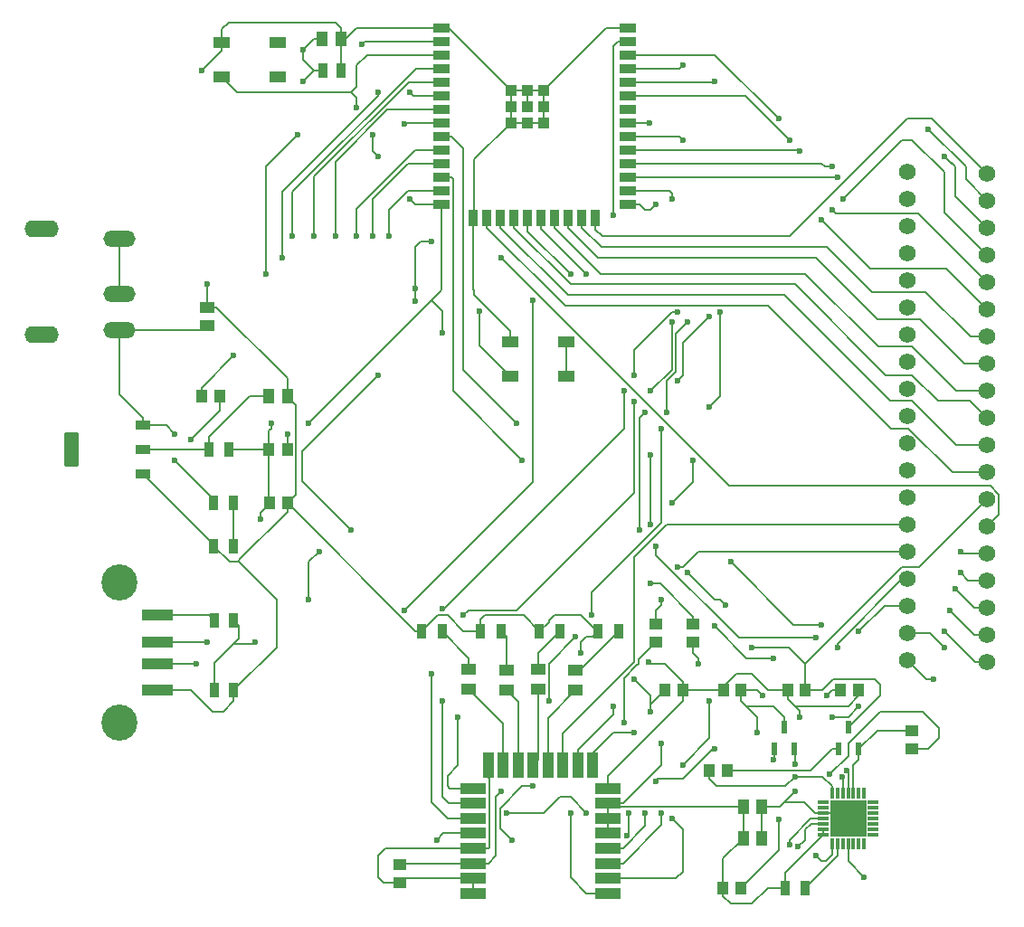
<source format=gtl>
%TF.GenerationSoftware,KiCad,Pcbnew,8.0.3*%
%TF.CreationDate,2024-09-13T09:02:13-04:00*%
%TF.ProjectId,G7 Senior Design V2,47372053-656e-4696-9f72-204465736967,rev?*%
%TF.SameCoordinates,Original*%
%TF.FileFunction,Copper,L1,Top*%
%TF.FilePolarity,Positive*%
%FSLAX46Y46*%
G04 Gerber Fmt 4.6, Leading zero omitted, Abs format (unit mm)*
G04 Created by KiCad (PCBNEW 8.0.3) date 2024-09-13 09:02:13*
%MOMM*%
%LPD*%
G01*
G04 APERTURE LIST*
G04 Aperture macros list*
%AMRoundRect*
0 Rectangle with rounded corners*
0 $1 Rounding radius*
0 $2 $3 $4 $5 $6 $7 $8 $9 X,Y pos of 4 corners*
0 Add a 4 corners polygon primitive as box body*
4,1,4,$2,$3,$4,$5,$6,$7,$8,$9,$2,$3,0*
0 Add four circle primitives for the rounded corners*
1,1,$1+$1,$2,$3*
1,1,$1+$1,$4,$5*
1,1,$1+$1,$6,$7*
1,1,$1+$1,$8,$9*
0 Add four rect primitives between the rounded corners*
20,1,$1+$1,$2,$3,$4,$5,0*
20,1,$1+$1,$4,$5,$6,$7,0*
20,1,$1+$1,$6,$7,$8,$9,0*
20,1,$1+$1,$8,$9,$2,$3,0*%
G04 Aperture macros list end*
%TA.AperFunction,SMDPad,CuDef*%
%ADD10R,1.130000X1.470000*%
%TD*%
%TA.AperFunction,SMDPad,CuDef*%
%ADD11R,1.193800X1.016000*%
%TD*%
%TA.AperFunction,SMDPad,CuDef*%
%ADD12R,1.016000X1.193800*%
%TD*%
%TA.AperFunction,ComponentPad*%
%ADD13C,1.574800*%
%TD*%
%TA.AperFunction,SMDPad,CuDef*%
%ADD14R,1.346200X1.117600*%
%TD*%
%TA.AperFunction,SMDPad,CuDef*%
%ADD15R,0.812800X1.346200*%
%TD*%
%TA.AperFunction,SMDPad,CuDef*%
%ADD16R,0.950000X1.400000*%
%TD*%
%TA.AperFunction,SMDPad,CuDef*%
%ADD17R,1.550000X1.000000*%
%TD*%
%TA.AperFunction,SMDPad,CuDef*%
%ADD18R,1.005599X1.199998*%
%TD*%
%TA.AperFunction,SMDPad,CuDef*%
%ADD19R,1.066800X1.219200*%
%TD*%
%TA.AperFunction,SMDPad,CuDef*%
%ADD20R,1.420000X1.000000*%
%TD*%
%TA.AperFunction,ComponentPad*%
%ADD21O,3.000000X1.500000*%
%TD*%
%TA.AperFunction,ComponentPad*%
%ADD22O,3.200000X1.600000*%
%TD*%
%TA.AperFunction,SMDPad,CuDef*%
%ADD23R,2.438400X0.990600*%
%TD*%
%TA.AperFunction,SMDPad,CuDef*%
%ADD24R,0.990600X2.438400*%
%TD*%
%TA.AperFunction,SMDPad,CuDef*%
%ADD25R,1.117600X1.346200*%
%TD*%
%TA.AperFunction,SMDPad,CuDef*%
%ADD26R,2.880000X1.120000*%
%TD*%
%TA.AperFunction,ComponentPad*%
%ADD27C,3.376000*%
%TD*%
%TA.AperFunction,SMDPad,CuDef*%
%ADD28R,0.920000X1.380000*%
%TD*%
%TA.AperFunction,SMDPad,CuDef*%
%ADD29R,1.199998X1.005599*%
%TD*%
%TA.AperFunction,SMDPad,CuDef*%
%ADD30R,0.558800X1.219200*%
%TD*%
%TA.AperFunction,SMDPad,CuDef*%
%ADD31R,0.910000X1.390000*%
%TD*%
%TA.AperFunction,SMDPad,CuDef*%
%ADD32R,1.498600X0.889000*%
%TD*%
%TA.AperFunction,SMDPad,CuDef*%
%ADD33R,0.889000X1.498600*%
%TD*%
%TA.AperFunction,SMDPad,CuDef*%
%ADD34R,1.041400X1.041400*%
%TD*%
%TA.AperFunction,SMDPad,CuDef*%
%ADD35RoundRect,0.069750X0.585250X0.395250X-0.585250X0.395250X-0.585250X-0.395250X0.585250X-0.395250X0*%
%TD*%
%TA.AperFunction,SMDPad,CuDef*%
%ADD36RoundRect,0.098250X0.556750X1.521750X-0.556750X1.521750X-0.556750X-1.521750X0.556750X-1.521750X0*%
%TD*%
%TA.AperFunction,SMDPad,CuDef*%
%ADD37R,1.000000X0.300000*%
%TD*%
%TA.AperFunction,SMDPad,CuDef*%
%ADD38R,0.300000X1.000000*%
%TD*%
%TA.AperFunction,SMDPad,CuDef*%
%ADD39R,3.350000X3.350000*%
%TD*%
%TA.AperFunction,ViaPad*%
%ADD40C,0.600000*%
%TD*%
%TA.AperFunction,Conductor*%
%ADD41C,0.200000*%
%TD*%
G04 APERTURE END LIST*
D10*
%TO.P,C19,1*%
%TO.N,Net-(IC3-VDD)*%
X129718000Y-59000000D03*
%TO.P,C19,2*%
%TO.N,GND*%
X131500000Y-59000000D03*
%TD*%
D11*
%TO.P,R33,1*%
%TO.N,Net-(U1-IO33)*%
X161000000Y-113798200D03*
%TO.P,R33,2*%
%TO.N,Net-(U2-EXTON)*%
X161000000Y-115500000D03*
%TD*%
D12*
%TO.P,R32,1*%
%TO.N,Net-(U1-IO32)*%
X118500000Y-92500000D03*
%TO.P,R32,2*%
%TO.N,Net-(U2-WAKEUP)*%
X120201800Y-92500000D03*
%TD*%
D11*
%TO.P,R31,1*%
%TO.N,Net-(U1-IO27)*%
X164500000Y-113798200D03*
%TO.P,R31,2*%
%TO.N,Net-(U2-RSTN)*%
X164500000Y-115500000D03*
%TD*%
D13*
%TO.P,J4,1,1*%
%TO.N,Net-(U1-CMD)*%
X184500000Y-117200000D03*
%TO.P,J4,2,2*%
%TO.N,Net-(U1-CLK)*%
X184500000Y-114660000D03*
%TO.P,J4,3,3*%
%TO.N,Net-(U2-GPIO7)*%
X184500000Y-112120000D03*
%TO.P,J4,4,4*%
%TO.N,Net-(U2-GPIO6{slash}EXTRXE{slash}SPIPHA)*%
X184500000Y-109580000D03*
%TO.P,J4,5,5*%
%TO.N,Net-(U2-GPIO5{slash}EXTTXE{slash}SPIPOL)*%
X184500000Y-107040000D03*
%TO.P,J4,6,6*%
%TO.N,Net-(U2-GPIO4{slash}EXTPA)*%
X184500000Y-104500000D03*
%TO.P,J4,7,7*%
%TO.N,unconnected-(J4-Pad7)*%
X184500000Y-101960000D03*
%TO.P,J4,8,8*%
%TO.N,unconnected-(J4-Pad8)*%
X184500000Y-99420000D03*
%TO.P,J4,9,9*%
%TO.N,unconnected-(J4-Pad9)*%
X184500000Y-96880000D03*
%TO.P,J4,10,10*%
%TO.N,unconnected-(J4-Pad10)*%
X184500000Y-94340000D03*
%TO.P,J4,11,11*%
%TO.N,unconnected-(J4-Pad11)*%
X184500000Y-91800000D03*
%TO.P,J4,12,12*%
%TO.N,unconnected-(J4-Pad12)*%
X184500000Y-89260000D03*
%TO.P,J4,13,13*%
%TO.N,unconnected-(J4-Pad13)*%
X184500000Y-86720000D03*
%TO.P,J4,14,14*%
%TO.N,unconnected-(J4-Pad14)*%
X184500000Y-84180000D03*
%TO.P,J4,15,15*%
%TO.N,unconnected-(J4-Pad15)*%
X184500000Y-81640000D03*
%TO.P,J4,16,16*%
%TO.N,unconnected-(J4-Pad16)*%
X184500000Y-79100000D03*
%TO.P,J4,17,17*%
%TO.N,unconnected-(J4-Pad17)*%
X184500000Y-76560000D03*
%TO.P,J4,18,18*%
%TO.N,unconnected-(J4-Pad18)*%
X184500000Y-74020000D03*
%TO.P,J4,19,19*%
%TO.N,unconnected-(J4-Pad19)*%
X184500000Y-71480000D03*
%TD*%
%TO.P,J3,1,1*%
%TO.N,Net-(U1-SENSOR_VP)*%
X192000000Y-117360000D03*
%TO.P,J3,2,2*%
%TO.N,Net-(U1-SENSOR_VN)*%
X192000000Y-114820000D03*
%TO.P,J3,3,3*%
%TO.N,Net-(U1-IO35)*%
X192000000Y-112280000D03*
%TO.P,J3,4,4*%
%TO.N,Net-(U1-IO25)*%
X192000000Y-109740000D03*
%TO.P,J3,5,5*%
%TO.N,Net-(U1-IO26)*%
X192000000Y-107200000D03*
%TO.P,J3,6,6*%
%TO.N,Net-(U1-IO14)*%
X192000000Y-104660000D03*
%TO.P,J3,7,7*%
%TO.N,/EN*%
X192000000Y-102120000D03*
%TO.P,J3,8,8*%
%TO.N,Net-(U1-IO13)*%
X192000000Y-99580000D03*
%TO.P,J3,9,9*%
%TO.N,Net-(U1-SD2)*%
X192000000Y-97040000D03*
%TO.P,J3,10,10*%
%TO.N,Net-(U1-SD3)*%
X192000000Y-94500000D03*
%TO.P,J3,11,11*%
%TO.N,Net-(U1-SD0)*%
X192000000Y-91960000D03*
%TO.P,J3,12,12*%
%TO.N,Net-(U1-SD1)*%
X192000000Y-89420000D03*
%TO.P,J3,13,13*%
%TO.N,Net-(U1-IO15)*%
X192000000Y-86880000D03*
%TO.P,J3,14,14*%
%TO.N,Net-(U1-IO22)*%
X192000000Y-84340000D03*
%TO.P,J3,15,15*%
%TO.N,Net-(U1-IO21)*%
X192000000Y-81800000D03*
%TO.P,J3,16,16*%
%TO.N,Net-(U1-IO5)*%
X192000000Y-79260000D03*
%TO.P,J3,17,17*%
%TO.N,Net-(U1-IO17)*%
X192000000Y-76720000D03*
%TO.P,J3,18,18*%
%TO.N,Net-(U1-IO16)*%
X192000000Y-74180000D03*
%TO.P,J3,19,19*%
%TO.N,Net-(U1-IO2)*%
X192000000Y-71640000D03*
%TD*%
D14*
%TO.P,C1,1*%
%TO.N,GND*%
X119000000Y-84149100D03*
%TO.P,C1,2*%
%TO.N,Net-(U3-VIN)*%
X119000000Y-85850900D03*
%TD*%
D15*
%TO.P,R26,1*%
%TO.N,Net-(IC3-VBUS)*%
X119696600Y-120000000D03*
%TO.P,R26,2*%
%TO.N,GND*%
X121500000Y-120000000D03*
%TD*%
D16*
%TO.P,D2,1,K*%
%TO.N,GND*%
X150100000Y-114500000D03*
%TO.P,D2,2,A*%
%TO.N,Net-(D2-A)*%
X152000000Y-114500000D03*
%TD*%
D17*
%TO.P,S2,1*%
%TO.N,GND*%
X120375000Y-59400000D03*
%TO.P,S2,2*%
%TO.N,N/C*%
X125625000Y-59400000D03*
%TO.P,S2,3*%
%TO.N,/EN*%
X120375000Y-62600000D03*
%TO.P,S2,4*%
%TO.N,N/C*%
X125625000Y-62600000D03*
%TD*%
D18*
%TO.P,R11,1*%
%TO.N,Net-(IC3-VDD)*%
X124794402Y-97500000D03*
%TO.P,R11,2*%
%TO.N,/EN*%
X126500000Y-97500000D03*
%TD*%
D15*
%TO.P,R25,1*%
%TO.N,Net-(J1-VCC)*%
X119696600Y-113500000D03*
%TO.P,R25,2*%
%TO.N,Net-(IC3-VBUS)*%
X121500000Y-113500000D03*
%TD*%
D16*
%TO.P,D1,1,K*%
%TO.N,GND*%
X155600000Y-114500000D03*
%TO.P,D1,2,A*%
%TO.N,Net-(D1-A)*%
X157500000Y-114500000D03*
%TD*%
D19*
%TO.P,C14,1*%
%TO.N,GND*%
X173349000Y-120000000D03*
%TO.P,C14,2*%
%TO.N,/EN*%
X175000000Y-120000000D03*
%TD*%
%TO.P,C22,1*%
%TO.N,Net-(IC3-VDD)*%
X124849000Y-102500000D03*
%TO.P,C22,2*%
%TO.N,GND*%
X126500000Y-102500000D03*
%TD*%
D20*
%TO.P,R6,1*%
%TO.N,Net-(U2-GPIO0{slash}RXOKLED)*%
X143500000Y-119935000D03*
%TO.P,R6,2*%
%TO.N,Net-(D4-A)*%
X143500000Y-118065000D03*
%TD*%
D21*
%TO.P,J2,1*%
%TO.N,Net-(U3-VIN)*%
X110800000Y-86300000D03*
%TO.P,J2,2*%
%TO.N,GND*%
X110800000Y-77700000D03*
%TO.P,J2,3*%
X110800000Y-82900000D03*
D22*
%TO.P,J2,S1,SHIELD*%
%TO.N,unconnected-(J2-SHIELD-PadS1)*%
X103500000Y-86700000D03*
%TO.P,J2,S2,SHIELD__1*%
%TO.N,unconnected-(J2-SHIELD__1-PadS2)*%
X103500000Y-76800000D03*
%TD*%
D23*
%TO.P,U2,1,EXTON*%
%TO.N,Net-(U2-EXTON)*%
X156500000Y-139000000D03*
%TO.P,U2,2,WAKEUP*%
%TO.N,Net-(U2-WAKEUP)*%
X156500000Y-137600001D03*
%TO.P,U2,3,RSTN*%
%TO.N,Net-(U2-RSTN)*%
X156500000Y-136200001D03*
%TO.P,U2,4,GPIO7*%
%TO.N,Net-(U2-GPIO7)*%
X156500000Y-134800001D03*
%TO.P,U2,5,VDDAON*%
%TO.N,Net-(IC3-VDD)*%
X156500000Y-133399999D03*
%TO.P,U2,6,VDD3V3*%
X156500000Y-131999999D03*
%TO.P,U2,7,VDD3V3*%
X156500000Y-130599999D03*
%TO.P,U2,8,VSS*%
%TO.N,GND*%
X156500000Y-129200000D03*
D24*
%TO.P,U2,9,GPIO6/EXTRXE/SPIPHA*%
%TO.N,Net-(U2-GPIO6{slash}EXTRXE{slash}SPIPHA)*%
X155096101Y-126999998D03*
%TO.P,U2,10,GPIO5/EXTTXE/SPIPOL*%
%TO.N,Net-(U2-GPIO5{slash}EXTTXE{slash}SPIPOL)*%
X153696102Y-126999998D03*
%TO.P,U2,11,GPIO4/EXTPA*%
%TO.N,Net-(U2-GPIO4{slash}EXTPA)*%
X152296102Y-126999998D03*
%TO.P,U2,12,GPIO3/TXLED*%
%TO.N,Net-(U2-GPIO3{slash}TXLED)*%
X150896102Y-126999998D03*
%TO.P,U2,13,GPIO2/RXLED*%
%TO.N,Net-(U2-GPIO2{slash}RXLED)*%
X149496100Y-126999998D03*
%TO.P,U2,14,GPIO1/SFDLED*%
%TO.N,Net-(U2-GPIO1{slash}SFDLED)*%
X148096100Y-126999998D03*
%TO.P,U2,15,GPIO0/RXOKLED*%
%TO.N,Net-(U2-GPIO0{slash}RXOKLED)*%
X146696100Y-126999998D03*
%TO.P,U2,16,VSS*%
%TO.N,GND*%
X145296101Y-126999998D03*
D23*
%TO.P,U2,17,SPICSN*%
%TO.N,Net-(U1-IO4)*%
X143892202Y-129200000D03*
%TO.P,U2,18,SPIMOSI*%
%TO.N,Net-(U1-IO23)*%
X143892202Y-130599999D03*
%TO.P,U2,19,SPIMISO*%
%TO.N,Net-(U1-IO19)*%
X143892202Y-131999999D03*
%TO.P,U2,20,SPICLK*%
%TO.N,Net-(U1-IO18)*%
X143892202Y-133399999D03*
%TO.P,U2,21,VSS*%
%TO.N,GND*%
X143892202Y-134800001D03*
%TO.P,U2,22,IRQ/GPIO8*%
%TO.N,Net-(U1-IO34)*%
X143892202Y-136200001D03*
%TO.P,U2,23,VSS*%
%TO.N,GND*%
X143892202Y-137600001D03*
%TO.P,U2,24,VSS*%
X143892202Y-139000000D03*
%TD*%
D25*
%TO.P,C31,1*%
%TO.N,Net-(IC3-VDD)*%
X169174400Y-133894900D03*
%TO.P,C31,2*%
%TO.N,GND*%
X170876200Y-133894900D03*
%TD*%
D26*
%TO.P,J1,01,VCC*%
%TO.N,Net-(J1-VCC)*%
X114372500Y-113000000D03*
%TO.P,J1,02,D-*%
%TO.N,Net-(IC3-D-)*%
X114372500Y-115500000D03*
%TO.P,J1,03,D+*%
%TO.N,Net-(IC3-D+)*%
X114372500Y-117500000D03*
%TO.P,J1,04,GND*%
%TO.N,GND*%
X114372500Y-120000000D03*
D27*
%TO.P,J1,S1,SHIELD*%
%TO.N,unconnected-(J1-SHIELD-PadS1)*%
X110792500Y-109930000D03*
%TO.P,J1,S2,SHIELD__1*%
%TO.N,unconnected-(J1-SHIELD__1-PadS2)*%
X110792500Y-123070000D03*
%TD*%
D28*
%TO.P,R2,1*%
%TO.N,Net-(U3-VIN)*%
X119590000Y-102500000D03*
%TO.P,R2,2*%
%TO.N,Net-(LED1-A)*%
X121500000Y-102500000D03*
%TD*%
D29*
%TO.P,R22,1*%
%TO.N,Net-(IC3-RTS)*%
X185000000Y-123794402D03*
%TO.P,R22,2*%
%TO.N,Net-(Q2-Pad1)*%
X185000000Y-125500000D03*
%TD*%
D16*
%TO.P,D3,1,K*%
%TO.N,GND*%
X144600000Y-114500000D03*
%TO.P,D3,2,A*%
%TO.N,Net-(D3-A)*%
X146500000Y-114500000D03*
%TD*%
D30*
%TO.P,Q1,1,1*%
%TO.N,Net-(Q1-Pad1)*%
X178099998Y-125500000D03*
%TO.P,Q1,2,2*%
%TO.N,Net-(IC3-RTS)*%
X180000000Y-125500000D03*
%TO.P,Q1,3,3*%
%TO.N,/EN*%
X179049999Y-123458001D03*
%TD*%
D20*
%TO.P,R5,1*%
%TO.N,Net-(U2-GPIO3{slash}TXLED)*%
X153500000Y-120000000D03*
%TO.P,R5,2*%
%TO.N,Net-(D1-A)*%
X153500000Y-118130000D03*
%TD*%
D29*
%TO.P,R15-1,1*%
%TO.N,Net-(U1-IO34)*%
X137000000Y-136294402D03*
%TO.P,R15-1,2*%
%TO.N,GND*%
X137000000Y-138000000D03*
%TD*%
D28*
%TO.P,R24,1*%
%TO.N,Net-(IC3-VDD)*%
X173090000Y-138500000D03*
%TO.P,R24,2*%
%TO.N,Net-(IC3-RSTB)*%
X175000000Y-138500000D03*
%TD*%
D19*
%TO.P,C3,1*%
%TO.N,Net-(IC3-VDD)*%
X161849000Y-120000000D03*
%TO.P,C3,2*%
%TO.N,GND*%
X163500000Y-120000000D03*
%TD*%
D20*
%TO.P,R4,1*%
%TO.N,Net-(U2-GPIO2{slash}RXLED)*%
X150000000Y-119870000D03*
%TO.P,R4,2*%
%TO.N,Net-(D2-A)*%
X150000000Y-118000000D03*
%TD*%
D18*
%TO.P,R23,1*%
%TO.N,Net-(IC3-SUSPENDB)*%
X178294402Y-120000000D03*
%TO.P,R23,2*%
%TO.N,GND*%
X180000000Y-120000000D03*
%TD*%
D19*
%TO.P,C15,1*%
%TO.N,GND*%
X167349000Y-120000000D03*
%TO.P,C15,2*%
%TO.N,/IO0*%
X169000000Y-120000000D03*
%TD*%
D31*
%TO.P,C20,1,1*%
%TO.N,Net-(IC3-VDD)*%
X129860000Y-62000000D03*
%TO.P,C20,2,2*%
%TO.N,GND*%
X131500000Y-62000000D03*
%TD*%
D20*
%TO.P,R7,1*%
%TO.N,Net-(U2-GPIO1{slash}SFDLED)*%
X147000000Y-120000000D03*
%TO.P,R7,2*%
%TO.N,Net-(D3-A)*%
X147000000Y-118130000D03*
%TD*%
D17*
%TO.P,S1,1*%
%TO.N,GND*%
X147375000Y-87400000D03*
%TO.P,S1,2*%
%TO.N,N/C*%
X152625000Y-87400000D03*
%TO.P,S1,3*%
%TO.N,/IO0*%
X147375000Y-90600000D03*
%TO.P,S1,4*%
%TO.N,N/C*%
X152625000Y-90600000D03*
%TD*%
D32*
%TO.P,U1,1,GND*%
%TO.N,GND*%
X140905000Y-58000000D03*
%TO.P,U1,2,3V3*%
%TO.N,Net-(IC3-VDD)*%
X140905000Y-59270000D03*
%TO.P,U1,3,EN*%
%TO.N,/EN*%
X140905000Y-60540000D03*
%TO.P,U1,4,SENSOR_VP*%
%TO.N,Net-(U1-SENSOR_VP)*%
X140905000Y-61810000D03*
%TO.P,U1,5,SENSOR_VN*%
%TO.N,Net-(U1-SENSOR_VN)*%
X140905000Y-63080000D03*
%TO.P,U1,6,IO34*%
%TO.N,Net-(U1-IO34)*%
X140905000Y-64350000D03*
%TO.P,U1,7,IO35*%
%TO.N,Net-(U1-IO35)*%
X140905000Y-65620000D03*
%TO.P,U1,8,IO32*%
%TO.N,Net-(U1-IO32)*%
X140905000Y-66890000D03*
%TO.P,U1,9,IO33*%
%TO.N,Net-(U1-IO33)*%
X140905000Y-68160000D03*
%TO.P,U1,10,IO25*%
%TO.N,Net-(U1-IO25)*%
X140905000Y-69430000D03*
%TO.P,U1,11,IO26*%
%TO.N,Net-(U1-IO26)*%
X140905000Y-70700000D03*
%TO.P,U1,12,IO27*%
%TO.N,Net-(U1-IO27)*%
X140905000Y-71970000D03*
%TO.P,U1,13,IO14*%
%TO.N,Net-(U1-IO14)*%
X140905000Y-73240000D03*
%TO.P,U1,14,IO12*%
%TO.N,/EN*%
X140905000Y-74510000D03*
D33*
%TO.P,U1,15,GND*%
%TO.N,GND*%
X143940000Y-75760000D03*
%TO.P,U1,16,IO13*%
%TO.N,Net-(U1-IO13)*%
X145210000Y-75760000D03*
%TO.P,U1,17,SD2*%
%TO.N,Net-(U1-SD2)*%
X146480000Y-75760000D03*
%TO.P,U1,18,SD3*%
%TO.N,Net-(U1-SD3)*%
X147750000Y-75760000D03*
%TO.P,U1,19,CMD*%
%TO.N,Net-(U1-CMD)*%
X149020000Y-75760000D03*
%TO.P,U1,20,CLK*%
%TO.N,Net-(U1-CLK)*%
X150290000Y-75760000D03*
%TO.P,U1,21,SD0*%
%TO.N,Net-(U1-SD0)*%
X151560000Y-75760000D03*
%TO.P,U1,22,SD1*%
%TO.N,Net-(U1-SD1)*%
X152830000Y-75760000D03*
%TO.P,U1,23,IO15*%
%TO.N,Net-(U1-IO15)*%
X154100000Y-75760000D03*
%TO.P,U1,24,IO2*%
%TO.N,Net-(U1-IO2)*%
X155370000Y-75760000D03*
D32*
%TO.P,U1,25,IO0*%
%TO.N,/IO0*%
X158405000Y-74510000D03*
%TO.P,U1,26,IO4*%
%TO.N,Net-(U1-IO4)*%
X158405000Y-73240000D03*
%TO.P,U1,27,IO16*%
%TO.N,Net-(U1-IO16)*%
X158405000Y-71970000D03*
%TO.P,U1,28,IO17*%
%TO.N,Net-(U1-IO17)*%
X158405000Y-70700000D03*
%TO.P,U1,29,IO5*%
%TO.N,Net-(U1-IO5)*%
X158405000Y-69430000D03*
%TO.P,U1,30,IO18*%
%TO.N,Net-(U1-IO18)*%
X158405000Y-68160000D03*
%TO.P,U1,31,IO19*%
%TO.N,Net-(U1-IO19)*%
X158405000Y-66890000D03*
%TO.P,U1,32,NC*%
%TO.N,unconnected-(U1-NC-Pad32)*%
X158405000Y-65620000D03*
%TO.P,U1,33,IO21*%
%TO.N,Net-(U1-IO21)*%
X158405000Y-64350000D03*
%TO.P,U1,34,RXD0*%
%TO.N,Net-(IC3-RXD)*%
X158405000Y-63080000D03*
%TO.P,U1,35,TXD0*%
%TO.N,Net-(IC3-TXD)*%
X158405000Y-61810000D03*
%TO.P,U1,36,IO22*%
%TO.N,Net-(U1-IO22)*%
X158405000Y-60540000D03*
%TO.P,U1,37,IO23*%
%TO.N,Net-(U1-IO23)*%
X158405000Y-59270000D03*
%TO.P,U1,38,GND*%
%TO.N,GND*%
X158405000Y-58000000D03*
D34*
%TO.P,U1,39,GND*%
X148975000Y-65340000D03*
%TO.P,U1,40,GND*%
X147450000Y-63815000D03*
%TO.P,U1,41,GND*%
X147450000Y-65340000D03*
%TO.P,U1,42,GND*%
X147450000Y-66865000D03*
%TO.P,U1,43,GND*%
X148975000Y-66865000D03*
%TO.P,U1,44,GND*%
X150500000Y-66865000D03*
%TO.P,U1,45,GND*%
X150500000Y-65340000D03*
%TO.P,U1,46,GND*%
X150500000Y-63815000D03*
%TO.P,U1,47,GND*%
X148975000Y-63815000D03*
%TD*%
D18*
%TO.P,R21,1*%
%TO.N,Net-(IC3-DTR)*%
X166000000Y-127500000D03*
%TO.P,R21,2*%
%TO.N,Net-(Q1-Pad1)*%
X167705598Y-127500000D03*
%TD*%
D16*
%TO.P,D4,1,K*%
%TO.N,GND*%
X139100000Y-114500000D03*
%TO.P,D4,2,A*%
%TO.N,Net-(D4-A)*%
X141000000Y-114500000D03*
%TD*%
D35*
%TO.P,U3,1,GND/ADJ*%
%TO.N,GND*%
X113000000Y-99790000D03*
%TO.P,U3,2,VOUT*%
%TO.N,Net-(U3-VOUT)*%
X113000000Y-97500000D03*
%TO.P,U3,3,VIN*%
%TO.N,Net-(U3-VIN)*%
X113000000Y-95210000D03*
D36*
%TO.P,U3,4*%
%TO.N,N/C*%
X106310000Y-97500000D03*
%TD*%
D16*
%TO.P,LED1,1,K*%
%TO.N,GND*%
X119600000Y-106500000D03*
%TO.P,LED1,2,A*%
%TO.N,Net-(LED1-A)*%
X121500000Y-106500000D03*
%TD*%
D30*
%TO.P,Q2,1,1*%
%TO.N,Net-(Q2-Pad1)*%
X172049999Y-125520999D03*
%TO.P,Q2,2,2*%
%TO.N,Net-(IC3-DTR)*%
X173950001Y-125520999D03*
%TO.P,Q2,3,3*%
%TO.N,/IO0*%
X173000000Y-123479000D03*
%TD*%
D18*
%TO.P,R34,1*%
%TO.N,Net-(IC3-VDD)*%
X167294402Y-138500000D03*
%TO.P,R34,2*%
%TO.N,/IO0*%
X169000000Y-138500000D03*
%TD*%
D37*
%TO.P,IC3,1,DCD*%
%TO.N,unconnected-(IC3-DCD-Pad1)*%
X176650000Y-130500000D03*
%TO.P,IC3,2,RI/CLK*%
%TO.N,unconnected-(IC3-RI{slash}CLK-Pad2)*%
X176650000Y-131000000D03*
%TO.P,IC3,3,GND*%
%TO.N,GND*%
X176650000Y-131500000D03*
%TO.P,IC3,4,D+*%
%TO.N,Net-(IC3-D+)*%
X176650000Y-132000000D03*
%TO.P,IC3,5,D-*%
%TO.N,Net-(IC3-D-)*%
X176650000Y-132500000D03*
%TO.P,IC3,6,VDD*%
%TO.N,Net-(IC3-VDD)*%
X176650000Y-133000000D03*
%TO.P,IC3,7,VREGIN*%
X176650000Y-133500000D03*
D38*
%TO.P,IC3,8,VBUS*%
%TO.N,Net-(IC3-VBUS)*%
X177500000Y-134350000D03*
%TO.P,IC3,9,RSTB*%
%TO.N,Net-(IC3-RSTB)*%
X178000000Y-134350000D03*
%TO.P,IC3,10,NC*%
%TO.N,unconnected-(IC3-NC-Pad10)*%
X178500000Y-134350000D03*
%TO.P,IC3,11,SUSPENDB*%
%TO.N,Net-(IC3-SUSPENDB)*%
X179000000Y-134350000D03*
%TO.P,IC3,12,SUSPEND*%
%TO.N,unconnected-(IC3-SUSPEND-Pad12)*%
X179500000Y-134350000D03*
%TO.P,IC3,13,CHREN*%
%TO.N,unconnected-(IC3-CHREN-Pad13)*%
X180000000Y-134350000D03*
%TO.P,IC3,14,CHR1*%
%TO.N,unconnected-(IC3-CHR1-Pad14)*%
X180500000Y-134350000D03*
D37*
%TO.P,IC3,15,CHR0*%
%TO.N,unconnected-(IC3-CHR0-Pad15)*%
X181350000Y-133500000D03*
%TO.P,IC3,16,GPIO.3/WAKEUP*%
%TO.N,unconnected-(IC3-GPIO.3{slash}WAKEUP-Pad16)*%
X181350000Y-133000000D03*
%TO.P,IC3,17,GPIO.2/RS485*%
%TO.N,unconnected-(IC3-GPIO.2{slash}RS485-Pad17)*%
X181350000Y-132500000D03*
%TO.P,IC3,18,GPIO.1/RXT*%
%TO.N,unconnected-(IC3-GPIO.1{slash}RXT-Pad18)*%
X181350000Y-132000000D03*
%TO.P,IC3,19,GPIO.0/TXT*%
%TO.N,unconnected-(IC3-GPIO.0{slash}TXT-Pad19)*%
X181350000Y-131500000D03*
%TO.P,IC3,20,GPIO.6*%
%TO.N,unconnected-(IC3-GPIO.6-Pad20)*%
X181350000Y-131000000D03*
%TO.P,IC3,21,GPIO.5*%
%TO.N,unconnected-(IC3-GPIO.5-Pad21)*%
X181350000Y-130500000D03*
D38*
%TO.P,IC3,22,GPIO.4*%
%TO.N,unconnected-(IC3-GPIO.4-Pad22)*%
X180500000Y-129650000D03*
%TO.P,IC3,23,CTS*%
%TO.N,unconnected-(IC3-CTS-Pad23)*%
X180000000Y-129650000D03*
%TO.P,IC3,24,RTS*%
%TO.N,Net-(IC3-RTS)*%
X179500000Y-129650000D03*
%TO.P,IC3,25,RXD*%
%TO.N,Net-(IC3-RXD)*%
X179000000Y-129650000D03*
%TO.P,IC3,26,TXD*%
%TO.N,Net-(IC3-TXD)*%
X178500000Y-129650000D03*
%TO.P,IC3,27,DSR*%
%TO.N,unconnected-(IC3-DSR-Pad27)*%
X178000000Y-129650000D03*
%TO.P,IC3,28,DTR*%
%TO.N,Net-(IC3-DTR)*%
X177500000Y-129650000D03*
D39*
%TO.P,IC3,29,BGND*%
%TO.N,GND*%
X179000000Y-132000000D03*
%TD*%
D15*
%TO.P,R0-1,1*%
%TO.N,Net-(U3-VOUT)*%
X119196600Y-97500000D03*
%TO.P,R0-1,2*%
%TO.N,Net-(IC3-VDD)*%
X121000000Y-97500000D03*
%TD*%
D25*
%TO.P,C21,1*%
%TO.N,Net-(IC3-VDD)*%
X169174400Y-130888300D03*
%TO.P,C21,2*%
%TO.N,GND*%
X170876200Y-130888300D03*
%TD*%
%TO.P,C3-22uF1,1*%
%TO.N,Net-(U3-VOUT)*%
X124798200Y-92500000D03*
%TO.P,C3-22uF1,2*%
%TO.N,GND*%
X126500000Y-92500000D03*
%TD*%
D40*
%TO.N,GND*%
X174000000Y-129500000D03*
X174500000Y-122500000D03*
X118500000Y-62000000D03*
X119000000Y-82000000D03*
X160325735Y-117325735D03*
X154000000Y-116500000D03*
%TO.N,Net-(IC3-VDD)*%
X159000000Y-119000000D03*
X133500000Y-59500000D03*
X161500000Y-125000000D03*
X160500000Y-122000000D03*
X124500000Y-81000000D03*
X128000000Y-63000000D03*
X125000000Y-95000000D03*
X127500000Y-68000000D03*
X128000000Y-60000000D03*
X124000000Y-104000000D03*
%TO.N,/EN*%
X167500000Y-112000000D03*
X164000000Y-109000000D03*
X138000000Y-74000000D03*
X134500000Y-68000000D03*
X126500000Y-96000000D03*
X141000000Y-86500000D03*
X170000000Y-116000000D03*
X135000000Y-70000000D03*
X133000000Y-65500000D03*
X128500000Y-95000000D03*
%TO.N,/IO0*%
X138500000Y-82400000D03*
X171000000Y-120500000D03*
X138500000Y-83600000D03*
X160500000Y-104500000D03*
X172000000Y-117000000D03*
X170500000Y-124000000D03*
X161000000Y-74500000D03*
X166500000Y-114000000D03*
X172500000Y-132100000D03*
X144500000Y-84500000D03*
X140000000Y-78000000D03*
X160500000Y-98000000D03*
%TO.N,Net-(IC3-SUSPENDB)*%
X180500000Y-137500000D03*
X177000000Y-120500000D03*
%TO.N,Net-(IC3-RXD)*%
X168000000Y-108000000D03*
X178900000Y-127500000D03*
X167000000Y-84600000D03*
X180000000Y-121500000D03*
X166000000Y-93500000D03*
X166500000Y-63000000D03*
X177500000Y-122500000D03*
X176500000Y-113900000D03*
X164500000Y-98500000D03*
X162500000Y-102500000D03*
%TO.N,Net-(IC3-D+)*%
X118000000Y-117500000D03*
X173500000Y-134500000D03*
%TO.N,Net-(IC3-D-)*%
X154500000Y-131500000D03*
X158270674Y-133600000D03*
X147000000Y-131500000D03*
X174325735Y-134674265D03*
X158500000Y-131500000D03*
X119000000Y-115500000D03*
%TO.N,Net-(IC3-TXD)*%
X159500000Y-105000000D03*
X160000000Y-94000000D03*
X176000000Y-115100000D03*
X166000000Y-85000000D03*
X163500000Y-61500000D03*
X161000000Y-106500000D03*
X163000000Y-91000000D03*
X178400000Y-128124697D03*
%TO.N,Net-(IC3-DTR)*%
X174000000Y-126900000D03*
X174000000Y-128100000D03*
%TO.N,Net-(IC3-VBUS)*%
X176000000Y-135500000D03*
X123500000Y-115500000D03*
%TO.N,Net-(U3-VIN)*%
X116000000Y-96000000D03*
X116000000Y-98500000D03*
%TO.N,Net-(Q2-Pad1)*%
X177242547Y-127894017D03*
X172000000Y-126500000D03*
%TO.N,Net-(U1-IO27)*%
X160500000Y-110000000D03*
X148500000Y-98500000D03*
%TO.N,Net-(U2-RSTN)*%
X165000000Y-117500000D03*
X161500000Y-131500000D03*
%TO.N,Net-(U1-IO32)*%
X121500000Y-88673400D03*
X137500000Y-67000000D03*
%TO.N,Net-(U2-WAKEUP)*%
X162500000Y-132000000D03*
X117500000Y-96500000D03*
%TO.N,Net-(U2-EXTON)*%
X158000000Y-123000000D03*
X153000000Y-131500000D03*
%TO.N,Net-(U1-IO33)*%
X161500000Y-111500000D03*
X148000000Y-95000000D03*
%TO.N,Net-(U1-IO34)*%
X128500000Y-111500000D03*
X126000000Y-79500000D03*
X146500000Y-129500000D03*
X135000000Y-90500000D03*
X135000000Y-64000000D03*
X132500000Y-105000000D03*
X138000000Y-64000000D03*
X129500000Y-107000000D03*
%TO.N,Net-(U1-IO23)*%
X141000000Y-121000000D03*
X149500000Y-83500000D03*
X157000000Y-75500000D03*
X137500000Y-112500000D03*
%TO.N,Net-(U1-IO18)*%
X162000000Y-94000000D03*
X155000000Y-113000000D03*
X147500000Y-134000000D03*
X151010000Y-120990000D03*
X164000000Y-85500000D03*
X163500000Y-68500000D03*
X140500000Y-134000000D03*
X161500000Y-95500000D03*
X149500000Y-129000000D03*
X153500000Y-115000000D03*
%TO.N,Net-(U1-IO4)*%
X159000000Y-90500000D03*
X141000000Y-112400000D03*
X162500000Y-74000000D03*
X163000000Y-84600000D03*
X142500000Y-122500000D03*
X158000000Y-92000000D03*
%TO.N,Net-(U1-IO19)*%
X159000000Y-93000000D03*
X162500000Y-85500000D03*
X160390000Y-66890000D03*
X143000000Y-113000000D03*
X140000000Y-118500000D03*
X160500000Y-92000000D03*
%TO.N,Net-(U1-IO35)*%
X189000000Y-110500000D03*
X131000000Y-77500000D03*
%TO.N,Net-(U1-IO21)*%
X173500000Y-68500000D03*
X177500000Y-75000000D03*
%TO.N,Net-(U1-SENSOR_VP)*%
X127000000Y-77500000D03*
X188000000Y-114500000D03*
%TO.N,Net-(U1-IO22)*%
X172500000Y-66500000D03*
X176500000Y-76000000D03*
%TO.N,Net-(U1-IO17)*%
X177500000Y-71000000D03*
X188000000Y-70000000D03*
%TO.N,Net-(U1-IO25)*%
X133000000Y-77500000D03*
X189500000Y-109000000D03*
%TO.N,Net-(U1-IO5)*%
X174500000Y-69500000D03*
X178500000Y-74000000D03*
%TO.N,Net-(U1-IO26)*%
X189500000Y-107000000D03*
X134500000Y-77500000D03*
%TO.N,Net-(U1-IO16)*%
X186500000Y-67500000D03*
X178000000Y-72000000D03*
%TO.N,Net-(U1-SENSOR_VN)*%
X188500000Y-112500000D03*
X129000000Y-77500000D03*
%TO.N,Net-(U1-IO14)*%
X136000000Y-77500000D03*
X146500000Y-79500000D03*
%TO.N,Net-(U1-CMD)*%
X153000000Y-81000000D03*
X187000000Y-119000000D03*
%TO.N,Net-(U2-GPIO7)*%
X180000000Y-114500000D03*
X160000000Y-131500000D03*
X166000000Y-121000000D03*
X163500000Y-127000000D03*
%TO.N,Net-(U1-CLK)*%
X154500000Y-81000000D03*
X188000000Y-116000000D03*
%TO.N,Net-(U2-GPIO6{slash}EXTRXE{slash}SPIPHA)*%
X159000000Y-124000000D03*
X166500000Y-125500000D03*
X161000000Y-128500000D03*
X178000000Y-116000000D03*
%TO.N,Net-(U2-GPIO5{slash}EXTTXE{slash}SPIPOL)*%
X157000000Y-121500000D03*
X163000000Y-108500000D03*
%TD*%
D41*
%TO.N,Net-(IC3-VDD)*%
X128000000Y-61000000D02*
X128000000Y-60000000D01*
X129000000Y-62000000D02*
X128000000Y-61000000D01*
%TO.N,GND*%
X131500000Y-59000000D02*
X131500000Y-62000000D01*
%TO.N,Net-(IC3-VDD)*%
X129718000Y-59000000D02*
X129000000Y-59000000D01*
X129000000Y-59000000D02*
X128000000Y-60000000D01*
%TO.N,GND*%
X131500000Y-58000000D02*
X131500000Y-59000000D01*
X120375000Y-58125000D02*
X121000000Y-57500000D01*
X131000000Y-57500000D02*
X131500000Y-58000000D01*
X120375000Y-59400000D02*
X120375000Y-58125000D01*
X121000000Y-57500000D02*
X131000000Y-57500000D01*
X132000000Y-59000000D02*
X131500000Y-59000000D01*
X133000000Y-58000000D02*
X132000000Y-59000000D01*
%TO.N,Net-(U2-WAKEUP)*%
X120201800Y-93798200D02*
X120201800Y-92500000D01*
X117500000Y-96500000D02*
X120201800Y-93798200D01*
%TO.N,Net-(U1-IO32)*%
X118500000Y-91673400D02*
X121500000Y-88673400D01*
X118500000Y-92500000D02*
X118500000Y-91673400D01*
%TO.N,Net-(U2-EXTON)*%
X158000000Y-118901600D02*
X158000000Y-123000000D01*
X159165685Y-117735914D02*
X158000000Y-118901600D01*
X159400000Y-117100000D02*
X159400000Y-117501600D01*
X159400000Y-117501600D02*
X159165685Y-117735914D01*
X161000000Y-115500000D02*
X159400000Y-117100000D01*
%TO.N,Net-(U1-IO33)*%
X161500000Y-112000000D02*
X161000000Y-112500000D01*
X161000000Y-112500000D02*
X161000000Y-113798200D01*
%TO.N,Net-(U1-IO27)*%
X164500000Y-113095200D02*
X164500000Y-113798200D01*
%TO.N,Net-(U2-RSTN)*%
X164500000Y-116500000D02*
X164500000Y-115500000D01*
%TO.N,*%
X152625000Y-87400000D02*
X152625000Y-90600000D01*
%TO.N,GND*%
X154000000Y-113000000D02*
X151500000Y-113000000D01*
X143892202Y-134800001D02*
X135699999Y-134800001D01*
X147375000Y-87400000D02*
X147375000Y-86375000D01*
X170000000Y-118500000D02*
X168500000Y-118500000D01*
X137399999Y-137600001D02*
X137000000Y-138000000D01*
X150500000Y-65340000D02*
X150500000Y-66865000D01*
X127302799Y-93302799D02*
X127302799Y-101697201D01*
X110800000Y-82900000D02*
X110800000Y-77700000D01*
X119000000Y-82000000D02*
X119000000Y-84149100D01*
X141635000Y-58000000D02*
X147450000Y-63815000D01*
X178500000Y-131500000D02*
X176650000Y-131500000D01*
X147450000Y-65340000D02*
X147450000Y-63815000D01*
X143940000Y-82440000D02*
X143940000Y-75760000D01*
X151000000Y-113500000D02*
X151000000Y-113600000D01*
X154500000Y-115000000D02*
X155100000Y-115000000D01*
X174900000Y-130500000D02*
X175900000Y-131500000D01*
X145411402Y-134700001D02*
X145311402Y-134800001D01*
X147450000Y-63815000D02*
X148975000Y-63815000D01*
X151000000Y-113600000D02*
X150100000Y-114500000D01*
X143000000Y-114500000D02*
X144600000Y-114500000D01*
X163500000Y-120000000D02*
X163500000Y-119190400D01*
X179000000Y-132000000D02*
X178500000Y-131500000D01*
X167500000Y-119849000D02*
X167349000Y-120000000D01*
X167349000Y-119651000D02*
X167349000Y-120000000D01*
X174500000Y-122500000D02*
X174500000Y-121960600D01*
X172611700Y-130888300D02*
X173000000Y-130500000D01*
X155600000Y-114500000D02*
X155500000Y-114500000D01*
X163500000Y-121000000D02*
X156500000Y-128000000D01*
X144000000Y-70315000D02*
X147450000Y-66865000D01*
X121500000Y-120000000D02*
X125500000Y-116000000D01*
X148975000Y-65340000D02*
X148975000Y-63815000D01*
X135500000Y-138000000D02*
X137000000Y-138000000D01*
X118500000Y-62000000D02*
X120375000Y-60125000D01*
X147450000Y-66865000D02*
X147450000Y-65340000D01*
X150500000Y-63815000D02*
X150500000Y-65340000D01*
X145411402Y-128319200D02*
X145411402Y-134700001D01*
X171500000Y-120000000D02*
X170000000Y-118500000D01*
X155500000Y-114500000D02*
X154000000Y-113000000D01*
X174500000Y-121960600D02*
X174039400Y-121500000D01*
X148600000Y-113000000D02*
X145000000Y-113000000D01*
X144600000Y-113400000D02*
X144600000Y-114500000D01*
X167349000Y-120000000D02*
X163500000Y-120000000D01*
X120500000Y-122000000D02*
X121500000Y-121000000D01*
X119873100Y-84149100D02*
X119000000Y-84149100D01*
X145296101Y-126999998D02*
X145296101Y-128203899D01*
X163500000Y-119190400D02*
X161809600Y-117500000D01*
X145296101Y-128203899D02*
X145411402Y-128319200D01*
X135000000Y-137500000D02*
X135500000Y-138000000D01*
X119600000Y-106390000D02*
X119600000Y-106500000D01*
X147375000Y-87400000D02*
X146925000Y-87400000D01*
X126500000Y-92500000D02*
X126500000Y-90776000D01*
X160500000Y-117500000D02*
X160325735Y-117325735D01*
X138500000Y-114500000D02*
X126500000Y-102500000D01*
X145000000Y-113000000D02*
X144600000Y-113400000D01*
X126500000Y-90776000D02*
X119873100Y-84149100D01*
X143940000Y-75940000D02*
X144000000Y-76000000D01*
X122000000Y-108000000D02*
X121100000Y-108000000D01*
X126500000Y-103309600D02*
X122000000Y-107809600D01*
X147375000Y-86375000D02*
X144000000Y-83000000D01*
X154000000Y-116500000D02*
X154000000Y-115500000D01*
X139100000Y-114500000D02*
X138500000Y-114500000D01*
X179000000Y-121500000D02*
X174039400Y-121500000D01*
X143892202Y-139000000D02*
X143892202Y-137600001D01*
X119500000Y-122000000D02*
X120500000Y-122000000D01*
X150500000Y-63815000D02*
X156315000Y-58000000D01*
X150100000Y-114500000D02*
X148600000Y-113000000D01*
X144000000Y-83000000D02*
X144000000Y-82500000D01*
X173000000Y-130500000D02*
X174900000Y-130500000D01*
X143940000Y-75760000D02*
X143940000Y-75940000D01*
X155100000Y-115000000D02*
X155600000Y-114500000D01*
X121100000Y-108000000D02*
X119600000Y-106500000D01*
X140600000Y-113000000D02*
X141500000Y-113000000D01*
X156500000Y-128000000D02*
X156500000Y-129200000D01*
X122000000Y-107809600D02*
X122000000Y-108000000D01*
X117500000Y-120000000D02*
X119500000Y-122000000D01*
X144000000Y-82500000D02*
X143940000Y-82440000D01*
X174039400Y-121500000D02*
X173349000Y-120809600D01*
X145311402Y-134800001D02*
X143892202Y-134800001D01*
X172611700Y-130888300D02*
X174000000Y-129500000D01*
X175900000Y-131500000D02*
X176650000Y-131500000D01*
X163500000Y-120000000D02*
X163500000Y-121000000D01*
X148975000Y-66865000D02*
X147450000Y-66865000D01*
X180000000Y-120000000D02*
X180000000Y-120500000D01*
X148975000Y-63815000D02*
X150500000Y-63815000D01*
X114372500Y-120000000D02*
X117500000Y-120000000D01*
X140905000Y-58000000D02*
X141635000Y-58000000D01*
X173349000Y-120809600D02*
X173349000Y-120000000D01*
X170876200Y-130888300D02*
X172611700Y-130888300D01*
X173349000Y-120000000D02*
X171500000Y-120000000D01*
X154000000Y-115500000D02*
X154500000Y-115000000D01*
X139100000Y-114500000D02*
X140600000Y-113000000D01*
X141500000Y-113000000D02*
X143000000Y-114500000D01*
X150500000Y-66865000D02*
X148975000Y-66865000D01*
X120375000Y-60125000D02*
X120375000Y-59400000D01*
X121500000Y-121000000D02*
X121500000Y-120000000D01*
X135699999Y-134800001D02*
X135000000Y-135500000D01*
X133000000Y-58000000D02*
X140905000Y-58000000D01*
X125500000Y-116000000D02*
X125500000Y-111500000D01*
X127302799Y-101697201D02*
X126500000Y-102500000D01*
X144000000Y-76000000D02*
X144000000Y-70315000D01*
X143892202Y-137600001D02*
X137399999Y-137600001D01*
X126500000Y-102500000D02*
X126500000Y-103309600D01*
X168500000Y-118500000D02*
X167349000Y-119651000D01*
X113000000Y-99790000D02*
X119600000Y-106390000D01*
X180000000Y-120500000D02*
X179000000Y-121500000D01*
X126500000Y-92500000D02*
X127302799Y-93302799D01*
X151500000Y-113000000D02*
X151000000Y-113500000D01*
X135000000Y-135500000D02*
X135000000Y-137500000D01*
X170876200Y-130888300D02*
X170876200Y-133894900D01*
X156315000Y-58000000D02*
X158405000Y-58000000D01*
X125500000Y-111500000D02*
X122000000Y-108000000D01*
X161809600Y-117500000D02*
X160500000Y-117500000D01*
%TO.N,Net-(IC3-VDD)*%
X128000000Y-63000000D02*
X129000000Y-62000000D01*
X161500000Y-127019199D02*
X161500000Y-125000000D01*
X124000000Y-104000000D02*
X124000000Y-103349000D01*
X169174400Y-133894900D02*
X169174400Y-130888300D01*
X176650000Y-133500000D02*
X176650000Y-133000000D01*
X160500000Y-120500000D02*
X159000000Y-119000000D01*
X160500000Y-121349000D02*
X161849000Y-120000000D01*
X167294402Y-138500000D02*
X167294402Y-135774898D01*
X133730000Y-59270000D02*
X140905000Y-59270000D01*
X173090000Y-138500000D02*
X173090000Y-137060000D01*
X173090000Y-138500000D02*
X171500000Y-138500000D01*
X156500000Y-131999999D02*
X156500000Y-133399999D01*
X160500000Y-121500000D02*
X160500000Y-120500000D01*
X124794402Y-97500000D02*
X124794402Y-102445402D01*
X170000000Y-140000000D02*
X168000000Y-140000000D01*
X160500000Y-122000000D02*
X160500000Y-121500000D01*
X133500000Y-59500000D02*
X133730000Y-59270000D01*
X169174400Y-130888300D02*
X156788301Y-130888300D01*
X125000000Y-95500000D02*
X125000000Y-95000000D01*
X124794402Y-95705598D02*
X125000000Y-95500000D01*
X124500000Y-71000000D02*
X127500000Y-68000000D01*
X124000000Y-103349000D02*
X124849000Y-102500000D01*
X171500000Y-138500000D02*
X170000000Y-140000000D01*
X129000000Y-62000000D02*
X129860000Y-62000000D01*
X156500000Y-130599999D02*
X157919200Y-130599999D01*
X124794402Y-97500000D02*
X121000000Y-97500000D01*
X167294402Y-135774898D02*
X169174400Y-133894900D01*
X124794402Y-97500000D02*
X124794402Y-95705598D01*
X173090000Y-137060000D02*
X176650000Y-133500000D01*
X157919200Y-130599999D02*
X161500000Y-127019199D01*
X156788301Y-130888300D02*
X156500000Y-130599999D01*
X124794402Y-102445402D02*
X124849000Y-102500000D01*
X156500000Y-130599999D02*
X156500000Y-131999999D01*
X124500000Y-81000000D02*
X124500000Y-71000000D01*
X160500000Y-121500000D02*
X160500000Y-121349000D01*
X167294402Y-139294402D02*
X167294402Y-138500000D01*
X168000000Y-140000000D02*
X167294402Y-139294402D01*
%TO.N,/EN*%
X120375000Y-62600000D02*
X121775000Y-64000000D01*
X166500000Y-111500000D02*
X164000000Y-109000000D01*
X133000000Y-63500000D02*
X133000000Y-61500000D01*
X181500000Y-119000000D02*
X182000000Y-119500000D01*
X173457816Y-116000000D02*
X170000000Y-116000000D01*
X167500000Y-112000000D02*
X167000000Y-111500000D01*
X121775000Y-64000000D02*
X132500000Y-64000000D01*
X141000000Y-84500000D02*
X140000000Y-83500000D01*
X182000000Y-120508000D02*
X179049999Y-123458001D01*
X140000000Y-83500000D02*
X128500000Y-95000000D01*
X133000000Y-64500000D02*
X132500000Y-64000000D01*
X175000000Y-120000000D02*
X176591604Y-120000000D01*
X175000000Y-117542184D02*
X173457816Y-116000000D01*
X133000000Y-65500000D02*
X133000000Y-64500000D01*
X184049584Y-108492600D02*
X185627400Y-108492600D01*
X138510000Y-74510000D02*
X138000000Y-74000000D01*
X126500000Y-96000000D02*
X126500000Y-97500000D01*
X141000000Y-86500000D02*
X141000000Y-84500000D01*
X134500000Y-69500000D02*
X134500000Y-68000000D01*
X132500000Y-64000000D02*
X133000000Y-63500000D01*
X133000000Y-61500000D02*
X133960000Y-60540000D01*
X167000000Y-111500000D02*
X166500000Y-111500000D01*
X177591604Y-119000000D02*
X181500000Y-119000000D01*
X140905000Y-74510000D02*
X138510000Y-74510000D01*
X140905000Y-74510000D02*
X140905000Y-82500000D01*
X135000000Y-70000000D02*
X134500000Y-69500000D01*
X140905000Y-82595000D02*
X140000000Y-83500000D01*
X175000000Y-120000000D02*
X175000000Y-117542184D01*
X182000000Y-119500000D02*
X182000000Y-120508000D01*
X175000000Y-117542184D02*
X184049584Y-108492600D01*
X133960000Y-60540000D02*
X140905000Y-60540000D01*
X185627400Y-108492600D02*
X192000000Y-102120000D01*
X176591604Y-120000000D02*
X177591604Y-119000000D01*
%TO.N,/IO0*%
X169500000Y-121500000D02*
X169000000Y-121000000D01*
X172500000Y-122000000D02*
X173000000Y-122500000D01*
X169000000Y-138500000D02*
X172500000Y-135000000D01*
X172500000Y-135000000D02*
X172500000Y-132000000D01*
X172500000Y-122000000D02*
X172000000Y-121500000D01*
X160500000Y-104500000D02*
X160500000Y-98000000D01*
X172500000Y-132000000D02*
X172500000Y-132100000D01*
X169000000Y-120000000D02*
X170500000Y-120000000D01*
X160500000Y-75000000D02*
X160000000Y-75000000D01*
X138500000Y-78500000D02*
X139000000Y-78000000D01*
X138500000Y-83600000D02*
X138500000Y-82400000D01*
X169500000Y-117000000D02*
X166500000Y-114000000D01*
X138500000Y-82400000D02*
X138500000Y-78500000D01*
X170500000Y-122500000D02*
X169500000Y-121500000D01*
X147375000Y-90600000D02*
X144500000Y-87725000D01*
X144500000Y-87725000D02*
X144500000Y-84500000D01*
X160000000Y-75000000D02*
X159510000Y-74510000D01*
X159510000Y-74510000D02*
X158405000Y-74510000D01*
X173000000Y-122500000D02*
X173000000Y-123479000D01*
X169000000Y-121000000D02*
X169000000Y-120000000D01*
X170500000Y-124000000D02*
X170500000Y-122500000D01*
X172000000Y-121500000D02*
X169500000Y-121500000D01*
X161000000Y-74500000D02*
X160500000Y-75000000D01*
X139000000Y-78000000D02*
X140000000Y-78000000D01*
X172000000Y-117000000D02*
X169500000Y-117000000D01*
X170500000Y-120000000D02*
X171000000Y-120500000D01*
%TO.N,Net-(IC3-RTS)*%
X180000000Y-125500000D02*
X181705598Y-123794402D01*
X180000000Y-125500000D02*
X180000000Y-126500000D01*
X179500000Y-127000000D02*
X179500000Y-129650000D01*
X180000000Y-126500000D02*
X179500000Y-127000000D01*
X181705598Y-123794402D02*
X185000000Y-123794402D01*
%TO.N,Net-(IC3-SUSPENDB)*%
X178294402Y-120000000D02*
X177500000Y-120000000D01*
X179000000Y-136000000D02*
X179000000Y-134350000D01*
X177500000Y-120000000D02*
X177000000Y-120500000D01*
X180500000Y-137500000D02*
X179000000Y-136000000D01*
%TO.N,Net-(IC3-RXD)*%
X167000000Y-92500000D02*
X167000000Y-84600000D01*
X176500000Y-113900000D02*
X173900000Y-113900000D01*
X177500000Y-122500000D02*
X179000000Y-122500000D01*
X164500000Y-100500000D02*
X164500000Y-98500000D01*
X166500000Y-63000000D02*
X166420000Y-63080000D01*
X173900000Y-113900000D02*
X168000000Y-108000000D01*
X179000000Y-129650000D02*
X179000000Y-127500000D01*
X166420000Y-63080000D02*
X158405000Y-63080000D01*
X162500000Y-102500000D02*
X164500000Y-100500000D01*
X179000000Y-122500000D02*
X180000000Y-121500000D01*
X179000000Y-127500000D02*
X178900000Y-127500000D01*
X166000000Y-93500000D02*
X167000000Y-92500000D01*
%TO.N,Net-(IC3-D+)*%
X175500000Y-132000000D02*
X173500000Y-134000000D01*
X173500000Y-134000000D02*
X173500000Y-134500000D01*
X176650000Y-132000000D02*
X175500000Y-132000000D01*
X118000000Y-117500000D02*
X114372500Y-117500000D01*
%TO.N,Net-(IC3-D-)*%
X158500000Y-133500000D02*
X158370674Y-133500000D01*
X158500000Y-131500000D02*
X158500000Y-133500000D01*
X175000000Y-133065686D02*
X175565686Y-132500000D01*
X153000000Y-130000000D02*
X154500000Y-131500000D01*
X175565686Y-132500000D02*
X176650000Y-132500000D01*
X114372500Y-115500000D02*
X119000000Y-115500000D01*
X175000000Y-134000000D02*
X175000000Y-133065686D01*
X147000000Y-131500000D02*
X150500000Y-131500000D01*
X150500000Y-131500000D02*
X152000000Y-130000000D01*
X158370674Y-133500000D02*
X158270674Y-133600000D01*
X152000000Y-130000000D02*
X153000000Y-130000000D01*
X174325735Y-134674265D02*
X175000000Y-134000000D01*
%TO.N,Net-(IC3-TXD)*%
X168751471Y-115100000D02*
X161000000Y-107348529D01*
X163500000Y-87500000D02*
X166000000Y-85000000D01*
X163000000Y-91000000D02*
X163500000Y-90500000D01*
X178500000Y-129650000D02*
X178500000Y-128000000D01*
X163500000Y-61500000D02*
X163190000Y-61810000D01*
X163500000Y-90500000D02*
X163500000Y-87500000D01*
X161000000Y-107348529D02*
X161000000Y-106500000D01*
X176000000Y-115100000D02*
X168751471Y-115100000D01*
X178500000Y-128000000D02*
X178500000Y-128024697D01*
X163190000Y-61810000D02*
X158405000Y-61810000D01*
X178500000Y-128024697D02*
X178400000Y-128124697D01*
X159500000Y-105000000D02*
X159500000Y-94500000D01*
X159500000Y-94500000D02*
X160000000Y-94000000D01*
%TO.N,Net-(IC3-DTR)*%
X173100000Y-129000000D02*
X166700001Y-129000000D01*
X166000000Y-128299999D02*
X166000000Y-127500000D01*
X177500000Y-129000000D02*
X176600000Y-128100000D01*
X174000000Y-128100000D02*
X173100000Y-129000000D01*
X174000000Y-126900000D02*
X174000000Y-125570998D01*
X176600000Y-128100000D02*
X174000000Y-128100000D01*
X166700001Y-129000000D02*
X166000000Y-128299999D01*
X177500000Y-129650000D02*
X177500000Y-129000000D01*
X174000000Y-125570998D02*
X173950001Y-125520999D01*
%TO.N,Net-(IC3-VBUS)*%
X122000000Y-114000000D02*
X121500000Y-113500000D01*
X122000000Y-115140700D02*
X122000000Y-114000000D01*
X119696600Y-120000000D02*
X119696600Y-117444100D01*
X121500000Y-115640700D02*
X122000000Y-115140700D01*
X176934314Y-136000000D02*
X177500000Y-135434314D01*
X121500000Y-115640700D02*
X123359300Y-115640700D01*
X176500000Y-136000000D02*
X176934314Y-136000000D01*
X123359300Y-115640700D02*
X123500000Y-115500000D01*
X177500000Y-135434314D02*
X177500000Y-134350000D01*
X119696600Y-117444100D02*
X121500000Y-115640700D01*
X176000000Y-135500000D02*
X176500000Y-136000000D01*
%TO.N,Net-(IC3-RSTB)*%
X175000000Y-138500000D02*
X178000000Y-135500000D01*
X178000000Y-135500000D02*
X178000000Y-134350000D01*
%TO.N,Net-(J1-VCC)*%
X114372500Y-113000000D02*
X119196600Y-113000000D01*
X119196600Y-113000000D02*
X119696600Y-113500000D01*
%TO.N,Net-(U3-VIN)*%
X118550900Y-86300000D02*
X119000000Y-85850900D01*
X113000000Y-94500000D02*
X110800000Y-92300000D01*
X116000000Y-96000000D02*
X115210000Y-95210000D01*
X119590000Y-102500000D02*
X119590000Y-102090000D01*
X110800000Y-86300000D02*
X118550900Y-86300000D01*
X113000000Y-95210000D02*
X113000000Y-94500000D01*
X115210000Y-95210000D02*
X113000000Y-95210000D01*
X119590000Y-102090000D02*
X116000000Y-98500000D01*
X110800000Y-92300000D02*
X110800000Y-86300000D01*
%TO.N,Net-(LED1-A)*%
X121500000Y-102500000D02*
X121500000Y-106500000D01*
%TO.N,Net-(D1-A)*%
X153500000Y-118130000D02*
X153870000Y-118130000D01*
X153870000Y-118130000D02*
X157500000Y-114500000D01*
%TO.N,Net-(D2-A)*%
X150000000Y-116500000D02*
X152000000Y-114500000D01*
X150000000Y-118000000D02*
X150000000Y-116500000D01*
%TO.N,Net-(D3-A)*%
X147000000Y-115000000D02*
X146500000Y-114500000D01*
X147000000Y-118130000D02*
X147000000Y-115000000D01*
%TO.N,Net-(D4-A)*%
X143500000Y-117000000D02*
X141000000Y-114500000D01*
X143500000Y-118065000D02*
X143500000Y-117000000D01*
%TO.N,Net-(Q1-Pad1)*%
X177500000Y-125500000D02*
X175500000Y-127500000D01*
X178099998Y-125500000D02*
X177500000Y-125500000D01*
X175500000Y-127500000D02*
X167705598Y-127500000D01*
%TO.N,Net-(Q2-Pad1)*%
X186500000Y-125500000D02*
X185000000Y-125500000D01*
X179000000Y-126136564D02*
X179000000Y-125000000D01*
X187500000Y-124500000D02*
X186500000Y-125500000D01*
X187500000Y-123500000D02*
X187500000Y-124500000D01*
X172049999Y-125520999D02*
X172049999Y-126450001D01*
X172049999Y-126450001D02*
X172000000Y-126500000D01*
X182000000Y-122000000D02*
X186000000Y-122000000D01*
X179000000Y-125000000D02*
X182000000Y-122000000D01*
X177242547Y-127894017D02*
X179000000Y-126136564D01*
X186000000Y-122000000D02*
X187500000Y-123500000D01*
%TO.N,Net-(U2-GPIO2{slash}RXLED)*%
X150000000Y-126496098D02*
X149496100Y-126999998D01*
X150000000Y-119870000D02*
X150000000Y-126496098D01*
%TO.N,Net-(U2-GPIO3{slash}TXLED)*%
X150896102Y-122603898D02*
X150896102Y-126999998D01*
X153500000Y-120000000D02*
X150896102Y-122603898D01*
%TO.N,Net-(U2-GPIO0{slash}RXOKLED)*%
X143500000Y-119935000D02*
X146696100Y-123131100D01*
X146696100Y-123131100D02*
X146696100Y-126999998D01*
%TO.N,Net-(U2-GPIO1{slash}SFDLED)*%
X147000000Y-120000000D02*
X148096100Y-121096100D01*
X148096100Y-121096100D02*
X148096100Y-126999998D01*
%TO.N,Net-(U1-IO27)*%
X160500000Y-110000000D02*
X161404800Y-110000000D01*
X142000000Y-72115700D02*
X142000000Y-92000000D01*
X141854300Y-71970000D02*
X142000000Y-72115700D01*
X142000000Y-92000000D02*
X148500000Y-98500000D01*
X140905000Y-71970000D02*
X141854300Y-71970000D01*
X161404800Y-110000000D02*
X164500000Y-113095200D01*
%TO.N,Net-(U2-RSTN)*%
X157919200Y-136200001D02*
X161500000Y-132619201D01*
X156500000Y-136200001D02*
X157919200Y-136200001D01*
X165000000Y-117000000D02*
X164500000Y-116500000D01*
X161500000Y-132619201D02*
X161500000Y-131500000D01*
X165000000Y-117500000D02*
X165000000Y-117000000D01*
%TO.N,Net-(U1-IO32)*%
X137610000Y-66890000D02*
X140905000Y-66890000D01*
X121500000Y-88500000D02*
X121500000Y-88673400D01*
X137500000Y-67000000D02*
X137610000Y-66890000D01*
%TO.N,Net-(U2-WAKEUP)*%
X162500000Y-132000000D02*
X163500000Y-133000000D01*
X163500000Y-137000000D02*
X162899999Y-137600001D01*
X162899999Y-137600001D02*
X156500000Y-137600001D01*
X163500000Y-133000000D02*
X163500000Y-137000000D01*
%TO.N,Net-(U2-EXTON)*%
X153000000Y-137500000D02*
X154500000Y-139000000D01*
X154500000Y-139000000D02*
X156500000Y-139000000D01*
X153000000Y-131500000D02*
X153000000Y-137500000D01*
%TO.N,Net-(U1-IO33)*%
X161500000Y-111500000D02*
X161500000Y-112000000D01*
X143000000Y-69305700D02*
X143000000Y-90000000D01*
X141854300Y-68160000D02*
X143000000Y-69305700D01*
X143000000Y-90000000D02*
X148000000Y-95000000D01*
X140905000Y-68160000D02*
X141854300Y-68160000D01*
%TO.N,Net-(U1-IO34)*%
X143892202Y-136200001D02*
X145311402Y-136200001D01*
X146000000Y-130000000D02*
X146500000Y-129500000D01*
X145311402Y-136200001D02*
X146000000Y-135511403D01*
X127900000Y-97600000D02*
X135000000Y-90500000D01*
X128500000Y-108000000D02*
X129500000Y-107000000D01*
X128500000Y-111500000D02*
X128500000Y-108000000D01*
X146000000Y-135511403D02*
X146000000Y-130000000D01*
X126000000Y-79500000D02*
X126000000Y-73348529D01*
X138000000Y-64000000D02*
X138350000Y-64350000D01*
X135000000Y-64348529D02*
X135000000Y-64000000D01*
X143892202Y-136200001D02*
X137094401Y-136200001D01*
X127900000Y-100400000D02*
X127900000Y-97600000D01*
X138350000Y-64350000D02*
X140905000Y-64350000D01*
X126000000Y-73348529D02*
X135000000Y-64348529D01*
X132500000Y-105000000D02*
X127900000Y-100400000D01*
X137094401Y-136200001D02*
X137000000Y-136294402D01*
%TO.N,Net-(U1-IO23)*%
X141000000Y-121000000D02*
X141000000Y-130000000D01*
X141599999Y-130599999D02*
X143892202Y-130599999D01*
X141000000Y-130000000D02*
X141599999Y-130599999D01*
X149500000Y-83500000D02*
X149500000Y-100500000D01*
X149500000Y-100500000D02*
X137500000Y-112500000D01*
X157455700Y-59270000D02*
X157000000Y-59725700D01*
X158405000Y-59270000D02*
X157455700Y-59270000D01*
X157000000Y-59725700D02*
X157000000Y-75500000D01*
%TO.N,Net-(U1-IO18)*%
X153500000Y-115000000D02*
X151010000Y-117490000D01*
X151000000Y-121000000D02*
X151010000Y-120990000D01*
X151010000Y-117490000D02*
X151010000Y-120990000D01*
X140500000Y-134000000D02*
X141100001Y-133399999D01*
X146400000Y-132900000D02*
X147500000Y-134000000D01*
X148500000Y-129000000D02*
X146400000Y-131100000D01*
X141100001Y-133399999D02*
X143892202Y-133399999D01*
X161500000Y-104348529D02*
X155000000Y-110848529D01*
X149500000Y-129000000D02*
X148500000Y-129000000D01*
X155000000Y-110848529D02*
X155000000Y-113000000D01*
X158405000Y-68160000D02*
X163160000Y-68160000D01*
X164000000Y-85500000D02*
X162900000Y-86600000D01*
X162000000Y-91065686D02*
X162000000Y-94000000D01*
X162900000Y-90165686D02*
X162000000Y-91065686D01*
X161500000Y-95500000D02*
X161500000Y-104348529D01*
X163160000Y-68160000D02*
X163500000Y-68500000D01*
X146400000Y-131100000D02*
X146400000Y-132900000D01*
X162900000Y-86600000D02*
X162900000Y-90165686D01*
%TO.N,Net-(U1-IO4)*%
X163000000Y-84600000D02*
X162551471Y-84600000D01*
X142500000Y-122500000D02*
X142500000Y-127000000D01*
X141700000Y-129200000D02*
X143892202Y-129200000D01*
X158405000Y-73240000D02*
X162240000Y-73240000D01*
X141500000Y-129000000D02*
X141700000Y-129200000D01*
X141500000Y-128000000D02*
X141500000Y-129000000D01*
X162551471Y-84600000D02*
X159000000Y-88151471D01*
X141000000Y-112500000D02*
X141000000Y-112400000D01*
X159000000Y-88151471D02*
X159000000Y-90500000D01*
X162500000Y-73500000D02*
X162500000Y-74000000D01*
X142500000Y-127000000D02*
X141500000Y-128000000D01*
X158000000Y-95500000D02*
X141000000Y-112500000D01*
X158000000Y-92000000D02*
X158000000Y-95500000D01*
X162500000Y-73500000D02*
X162240000Y-73240000D01*
%TO.N,Net-(U1-IO19)*%
X162500000Y-85500000D02*
X162500000Y-90000000D01*
X158405000Y-66890000D02*
X160390000Y-66890000D01*
X162500000Y-90000000D02*
X160500000Y-92000000D01*
X143500000Y-112500000D02*
X143000000Y-113000000D01*
X140000000Y-130500000D02*
X141499999Y-131999999D01*
X159000000Y-101500000D02*
X148000000Y-112500000D01*
X141499999Y-131999999D02*
X143892202Y-131999999D01*
X160500000Y-67000000D02*
X160390000Y-66890000D01*
X148000000Y-112500000D02*
X143500000Y-112500000D01*
X140000000Y-118500000D02*
X140000000Y-130500000D01*
X159000000Y-93000000D02*
X159000000Y-101500000D01*
%TO.N,Net-(U3-VOUT)*%
X113000000Y-97500000D02*
X119196600Y-97500000D01*
X123000000Y-92500000D02*
X119196600Y-96303400D01*
X124798200Y-92500000D02*
X123000000Y-92500000D01*
X119196600Y-96303400D02*
X119196600Y-97500000D01*
%TO.N,Net-(U1-IO35)*%
X131000000Y-77500000D02*
X131000000Y-70500000D01*
X131000000Y-70500000D02*
X135880000Y-65620000D01*
X190780000Y-112280000D02*
X189000000Y-110500000D01*
X135880000Y-65620000D02*
X140905000Y-65620000D01*
X192000000Y-112280000D02*
X190780000Y-112280000D01*
%TO.N,Net-(U1-SD0)*%
X151560000Y-76709300D02*
X151560000Y-75760000D01*
X175000000Y-81000000D02*
X155850700Y-81000000D01*
X155850700Y-81000000D02*
X151560000Y-76709300D01*
X189103016Y-91960000D02*
X192000000Y-91960000D01*
X181807400Y-87807400D02*
X175000000Y-81000000D01*
X184950416Y-87807400D02*
X181807400Y-87807400D01*
X184950416Y-87807400D02*
X189103016Y-91960000D01*
%TO.N,Net-(U1-IO21)*%
X177887400Y-75387400D02*
X177500000Y-75000000D01*
X185587400Y-75387400D02*
X177887400Y-75387400D01*
X169350000Y-64350000D02*
X158405000Y-64350000D01*
X192000000Y-81800000D02*
X185587400Y-75387400D01*
X173500000Y-68500000D02*
X169350000Y-64350000D01*
%TO.N,Net-(U1-IO2)*%
X155370000Y-76870000D02*
X155370000Y-75760000D01*
X184500000Y-66500000D02*
X173500000Y-77500000D01*
X192000000Y-71640000D02*
X186860000Y-66500000D01*
X173500000Y-77500000D02*
X156000000Y-77500000D01*
X156000000Y-77500000D02*
X155370000Y-76870000D01*
X186860000Y-66500000D02*
X184500000Y-66500000D01*
%TO.N,Net-(U1-SENSOR_VP)*%
X138558629Y-61810000D02*
X140905000Y-61810000D01*
X127000000Y-73368629D02*
X138558629Y-61810000D01*
X192000000Y-117360000D02*
X190860000Y-117360000D01*
X190860000Y-117360000D02*
X188000000Y-114500000D01*
X127000000Y-77500000D02*
X127000000Y-73368629D01*
%TO.N,Net-(U1-SD3)*%
X187387400Y-92887400D02*
X185000000Y-90500000D01*
X174000000Y-82000000D02*
X153040700Y-82000000D01*
X147750000Y-76709300D02*
X147750000Y-75760000D01*
X190387400Y-92887400D02*
X187387400Y-92887400D01*
X182500000Y-90500000D02*
X174000000Y-82000000D01*
X185000000Y-90500000D02*
X182500000Y-90500000D01*
X192000000Y-94500000D02*
X190387400Y-92887400D01*
X153040700Y-82000000D02*
X147750000Y-76709300D01*
%TO.N,Net-(U1-IO22)*%
X172500000Y-66500000D02*
X166540000Y-60540000D01*
X181052600Y-80552600D02*
X176500000Y-76000000D01*
X192000000Y-84340000D02*
X188212600Y-80552600D01*
X188212600Y-80552600D02*
X181052600Y-80552600D01*
X166540000Y-60540000D02*
X158405000Y-60540000D01*
%TO.N,Net-(U1-SD2)*%
X189103016Y-97040000D02*
X184950416Y-92887400D01*
X146480000Y-76709300D02*
X146480000Y-75760000D01*
X184950416Y-92887400D02*
X182887400Y-92887400D01*
X192000000Y-97040000D02*
X189103016Y-97040000D01*
X152770700Y-83000000D02*
X146480000Y-76709300D01*
X182887400Y-92887400D02*
X173000000Y-83000000D01*
X173000000Y-83000000D02*
X152770700Y-83000000D01*
%TO.N,Net-(U1-IO15)*%
X190425200Y-86880000D02*
X186272600Y-82727400D01*
X181227400Y-82727400D02*
X177000000Y-78500000D01*
X177000000Y-78500000D02*
X155890700Y-78500000D01*
X192000000Y-86880000D02*
X190425200Y-86880000D01*
X154100000Y-76709300D02*
X154100000Y-75760000D01*
X186272600Y-82727400D02*
X181227400Y-82727400D01*
X155890700Y-78500000D02*
X154100000Y-76709300D01*
%TO.N,Net-(U1-IO17)*%
X189000000Y-73720000D02*
X189000000Y-71000000D01*
X192000000Y-76720000D02*
X189000000Y-73720000D01*
X188500000Y-70500000D02*
X188000000Y-70000000D01*
X176500000Y-70700000D02*
X158405000Y-70700000D01*
X176800000Y-71000000D02*
X176500000Y-70700000D01*
X189000000Y-71000000D02*
X188000000Y-70000000D01*
X177500000Y-71000000D02*
X176800000Y-71000000D01*
X188500000Y-70500000D02*
X189000000Y-71000000D01*
%TO.N,Net-(U1-IO25)*%
X138504314Y-69430000D02*
X140905000Y-69430000D01*
X190240000Y-109740000D02*
X189500000Y-109000000D01*
X133000000Y-74934314D02*
X138504314Y-69430000D01*
X192000000Y-109740000D02*
X190240000Y-109740000D01*
X133000000Y-77500000D02*
X133000000Y-74934314D01*
%TO.N,Net-(U1-IO5)*%
X192000000Y-79260000D02*
X188000000Y-75260000D01*
X184000000Y-68500000D02*
X178500000Y-74000000D01*
X185000000Y-68500000D02*
X184000000Y-68500000D01*
X188000000Y-75260000D02*
X188000000Y-71500000D01*
X174500000Y-69500000D02*
X174430000Y-69430000D01*
X188000000Y-71500000D02*
X185000000Y-68500000D01*
X174430000Y-69430000D02*
X158405000Y-69430000D01*
%TO.N,Net-(U1-IO26)*%
X134500000Y-77500000D02*
X134500000Y-74000000D01*
X192000000Y-107200000D02*
X189700000Y-107200000D01*
X189700000Y-107200000D02*
X189500000Y-107000000D01*
X137800000Y-70700000D02*
X140905000Y-70700000D01*
X134500000Y-74000000D02*
X137800000Y-70700000D01*
%TO.N,Net-(U1-IO16)*%
X190000000Y-72180000D02*
X190000000Y-71000000D01*
X178000000Y-72000000D02*
X177970000Y-71970000D01*
X190000000Y-71000000D02*
X186500000Y-67500000D01*
X177970000Y-71970000D02*
X158405000Y-71970000D01*
X192000000Y-74180000D02*
X190000000Y-72180000D01*
%TO.N,Net-(U1-SENSOR_VN)*%
X192000000Y-114820000D02*
X190820000Y-114820000D01*
X137854314Y-63080000D02*
X140905000Y-63080000D01*
X190820000Y-114820000D02*
X188500000Y-112500000D01*
X129000000Y-77500000D02*
X129000000Y-71934314D01*
X129000000Y-71934314D02*
X137854314Y-63080000D01*
%TO.N,Net-(U1-SD1)*%
X155620700Y-79500000D02*
X152830000Y-76709300D01*
X185732600Y-85267400D02*
X181767400Y-85267400D01*
X176000000Y-79500000D02*
X155620700Y-79500000D01*
X181767400Y-85267400D02*
X176000000Y-79500000D01*
X189885200Y-89420000D02*
X185732600Y-85267400D01*
X192000000Y-89420000D02*
X189885200Y-89420000D01*
X152830000Y-76709300D02*
X152830000Y-75760000D01*
%TO.N,Net-(U1-IO13)*%
X145210000Y-76709300D02*
X145210000Y-75760000D01*
X152500700Y-84000000D02*
X145210000Y-76709300D01*
X171500000Y-84000000D02*
X152500700Y-84000000D01*
X183000000Y-95500000D02*
X171500000Y-84000000D01*
X184657816Y-95500000D02*
X183000000Y-95500000D01*
X192000000Y-99580000D02*
X188737816Y-99580000D01*
X188737816Y-99580000D02*
X184657816Y-95500000D01*
%TO.N,Net-(U1-IO14)*%
X192290416Y-100872600D02*
X167872600Y-100872600D01*
X137760000Y-73240000D02*
X140905000Y-73240000D01*
X167872600Y-100872600D02*
X146500000Y-79500000D01*
X192000000Y-104660000D02*
X193087400Y-103572600D01*
X136000000Y-77500000D02*
X136000000Y-75000000D01*
X193087400Y-103572600D02*
X193087400Y-101669584D01*
X193087400Y-101669584D02*
X192290416Y-100872600D01*
X136000000Y-75000000D02*
X137760000Y-73240000D01*
%TO.N,Net-(U2-GPIO4{slash}EXTPA)*%
X152296102Y-124039812D02*
X159000000Y-117335914D01*
X152296102Y-126999998D02*
X152296102Y-124039812D01*
X162000000Y-104500000D02*
X184500000Y-104500000D01*
X159000000Y-107500000D02*
X162000000Y-104500000D01*
X159000000Y-117335914D02*
X159000000Y-107500000D01*
%TO.N,Net-(U1-CMD)*%
X149020000Y-77020000D02*
X153000000Y-81000000D01*
X149020000Y-75760000D02*
X149020000Y-77020000D01*
X186300000Y-119000000D02*
X184500000Y-117200000D01*
X187000000Y-119000000D02*
X186300000Y-119000000D01*
%TO.N,Net-(U2-GPIO7)*%
X180000000Y-114500000D02*
X182380000Y-112120000D01*
X163500000Y-127000000D02*
X166000000Y-124500000D01*
X156500000Y-134800001D02*
X157919200Y-134800001D01*
X182380000Y-112120000D02*
X184500000Y-112120000D01*
X160000000Y-132719201D02*
X160000000Y-131500000D01*
X166000000Y-124500000D02*
X166000000Y-121000000D01*
X157919200Y-134800001D02*
X160000000Y-132719201D01*
%TO.N,Net-(U1-CLK)*%
X186660000Y-114660000D02*
X184500000Y-114660000D01*
X188000000Y-116000000D02*
X186660000Y-114660000D01*
X150290000Y-75760000D02*
X150290000Y-76790000D01*
X150290000Y-76790000D02*
X154500000Y-81000000D01*
%TO.N,Net-(U2-GPIO6{slash}EXTRXE{slash}SPIPHA)*%
X184500000Y-109580000D02*
X184071471Y-109580000D01*
X155096101Y-125903899D02*
X155096101Y-126999998D01*
X166297202Y-125500000D02*
X163500000Y-128297202D01*
X178000000Y-115651471D02*
X178000000Y-116000000D01*
X157000000Y-124000000D02*
X155096101Y-125903899D01*
X163500000Y-128297202D02*
X161202798Y-128297202D01*
X166500000Y-125500000D02*
X166297202Y-125500000D01*
X161202798Y-128297202D02*
X161000000Y-128500000D01*
X159000000Y-124000000D02*
X157000000Y-124000000D01*
X184071471Y-109580000D02*
X178000000Y-115651471D01*
%TO.N,Net-(U2-GPIO5{slash}EXTTXE{slash}SPIPOL)*%
X153696102Y-126999998D02*
X153696102Y-125580798D01*
X153696102Y-125580798D02*
X157000000Y-122276900D01*
X164960000Y-107040000D02*
X184500000Y-107040000D01*
X163500000Y-108500000D02*
X164960000Y-107040000D01*
X163000000Y-108500000D02*
X163500000Y-108500000D01*
X157000000Y-122276900D02*
X157000000Y-121500000D01*
%TD*%
M02*

</source>
